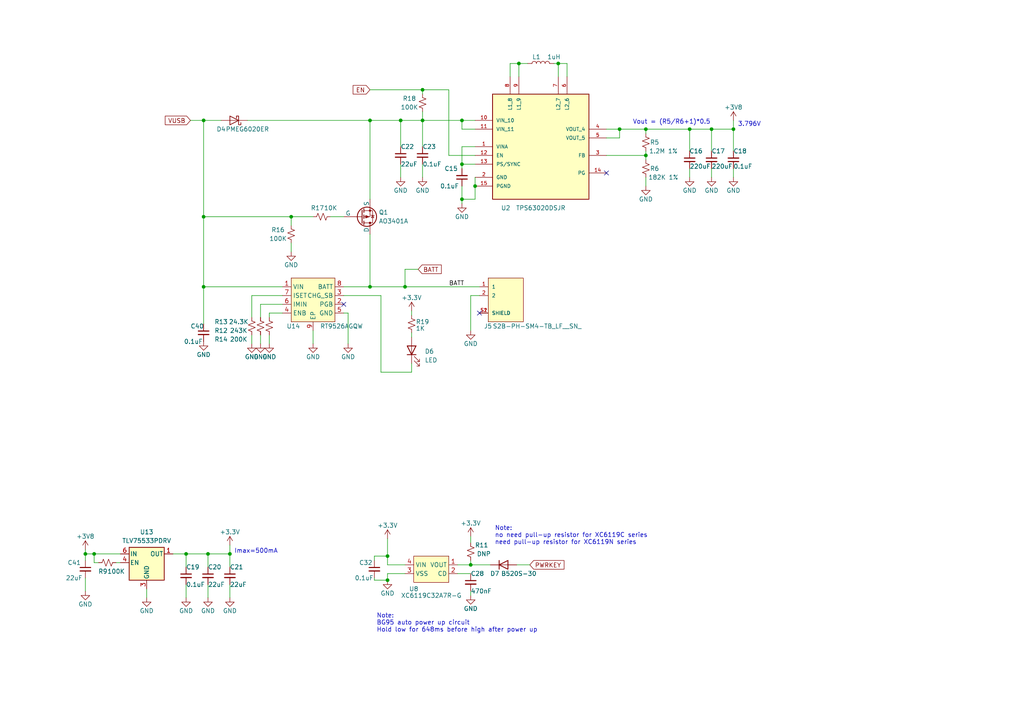
<source format=kicad_sch>
(kicad_sch (version 20230121) (generator eeschema)
  (paper "A4")
  (lib_symbols
    (symbol "C_Small_1" (pin_numbers hide) (pin_names (offset 0.254))
      (property "Reference" "C" (at 0.254 1.778 0))
      (property "Value" "C_Small" (at 0.254 -2.032 0))
      (symbol "C_Small_1_0_1"
        (polyline (pts (xy -1.524 -0.508) (xy 1.524 -0.508)) (stroke (width 0.3302)))
        (polyline (pts (xy -1.524 0.508) (xy 1.524 0.508)) (stroke (width 0.3048)))
      )
      (symbol "C_Small_1_1_1"
        (pin passive line (at 0 2.54 270) (length 2.032) (name "~") (number "1"))
        (pin passive line (at 0 -2.54 90) (length 2.032) (name "~") (number "2"))
      )
    )
    (symbol "Device:C_Small" (pin_numbers hide) (pin_names (offset 0.254) hide)
      (property "Reference" "C" (at 0.254 1.778 0))
      (property "Value" "C_Small" (at 0.254 -2.032 0))
      (symbol "C_Small_0_1"
        (polyline (pts (xy -1.524 -0.508) (xy 1.524 -0.508)) (stroke (width 0.3302)))
        (polyline (pts (xy -1.524 0.508) (xy 1.524 0.508)) (stroke (width 0.3048)))
      )
      (symbol "C_Small_1_1"
        (pin passive line (at 0 2.54 270) (length 2.032) (name "~") (number "1"))
        (pin passive line (at 0 -2.54 90) (length 2.032) (name "~") (number "2"))
      )
    )
    (symbol "Device:L" (pin_numbers hide) (pin_names (offset 1.016) hide)
      (property "Reference" "L" (at -1.27 0 90))
      (property "Value" "L" (at 1.905 0 90))
      (symbol "L_0_1"
        (arc (start 0 -2.54) (mid 0.6323 -1.905) (end 0 -1.27))
        (arc (start 0 -1.27) (mid 0.6323 -0.635) (end 0 0))
        (arc (start 0 0) (mid 0.6323 0.635) (end 0 1.27))
        (arc (start 0 1.27) (mid 0.6323 1.905) (end 0 2.54))
      )
      (symbol "L_1_1"
        (pin passive line (at 0 3.81 270) (length 1.27) (name "1") (number "1"))
        (pin passive line (at 0 -3.81 90) (length 1.27) (name "2") (number "2"))
      )
    )
    (symbol "Device:LED" (pin_numbers hide) (pin_names (offset 1.016) hide)
      (property "Reference" "D" (at 0 2.54 0))
      (property "Value" "LED" (at 0 -2.54 0))
      (symbol "LED_0_1"
        (polyline (pts (xy -1.27 -1.27) (xy -1.27 1.27)) (stroke (width 0.254)))
        (polyline (pts (xy -1.27 0) (xy 1.27 0)))
        (polyline (pts (xy 1.27 -1.27) (xy 1.27 1.27) (xy -1.27 0) (xy 1.27 -1.27)) (stroke (width 0.254)))
        (polyline (pts (xy -3.048 -0.762) (xy -4.572 -2.286) (xy -3.81 -2.286) (xy -4.572 -2.286) (xy -4.572 -1.524)))
        (polyline (pts (xy -1.778 -0.762) (xy -3.302 -2.286) (xy -2.54 -2.286) (xy -3.302 -2.286) (xy -3.302 -1.524)))
      )
      (symbol "LED_1_1"
        (pin passive line (at -3.81 0 0) (length 2.54) (name "K") (number "1"))
        (pin passive line (at 3.81 0 180) (length 2.54) (name "A") (number "2"))
      )
    )
    (symbol "Device:R_Small_US" (pin_numbers hide) (pin_names (offset 0.254) hide)
      (property "Reference" "R" (at 0.762 0.508 0))
      (property "Value" "R_Small_US" (at 0.762 -1.016 0))
      (symbol "R_Small_US_1_1"
        (polyline (pts (xy 0 0) (xy 1.016 -0.381) (xy 0 -0.762) (xy -1.016 -1.143) (xy 0 -1.524)))
        (polyline (pts (xy 0 1.524) (xy 1.016 1.143) (xy 0 0.762) (xy -1.016 0.381) (xy 0 0)))
        (pin passive line (at 0 2.54 270) (length 1.016) (name "~") (number "1"))
        (pin passive line (at 0 -2.54 90) (length 1.016) (name "~") (number "2"))
      )
    )
    (symbol "Diode:1N4005" (pin_numbers hide) (pin_names hide)
      (property "Reference" "D" (at 0 2.54 0))
      (property "Value" "1N4005" (at 0 -2.54 0))
      (symbol "1N4005_0_1"
        (polyline (pts (xy -1.27 1.27) (xy -1.27 -1.27)) (stroke (width 0.254)))
        (polyline (pts (xy 1.27 0) (xy -1.27 0)))
        (polyline (pts (xy 1.27 1.27) (xy 1.27 -1.27) (xy -1.27 0) (xy 1.27 1.27)) (stroke (width 0.254)))
      )
      (symbol "1N4005_1_1"
        (pin passive line (at -3.81 0 0) (length 2.54) (name "K") (number "1"))
        (pin passive line (at 3.81 0 180) (length 2.54) (name "A") (number "2"))
      )
    )
    (symbol "Diode:PMEG6020ER" (pin_numbers hide) (pin_names hide)
      (property "Reference" "D" (at 0 2.54 0))
      (property "Value" "PMEG6020ER" (at 0 -2.54 0))
      (symbol "PMEG6020ER_0_1"
        (polyline (pts (xy 1.27 0) (xy -1.27 0)))
        (polyline (pts (xy 1.27 1.27) (xy 1.27 -1.27) (xy -1.27 0) (xy 1.27 1.27)) (stroke (width 0.2032)))
        (polyline (pts (xy -1.905 0.635) (xy -1.905 1.27) (xy -1.27 1.27) (xy -1.27 -1.27) (xy -0.635 -1.27) (xy -0.635 -0.635)) (stroke (width 0.2032)))
      )
      (symbol "PMEG6020ER_1_1"
        (pin passive line (at -3.81 0 0) (length 2.54) (name "K") (number "1"))
        (pin passive line (at 3.81 0 180) (length 2.54) (name "A") (number "2"))
      )
    )
    (symbol "Regulator_Linear:TLV75533PDRV" (pin_names (offset 0.254))
      (property "Reference" "U" (at -3.81 5.715 0))
      (property "Value" "TLV75533PDRV" (at 0 5.715 0))
      (symbol "TLV75533PDRV_0_1"
        (rectangle (start -5.08 4.445) (end 5.08 -5.08) (stroke (width 0.254)) (fill (type background)))
      )
      (symbol "TLV75533PDRV_1_1"
        (pin power_out line (at 7.62 2.54 180) (length 2.54) (name "OUT") (number "1"))
        (pin no_connect line (at 5.08 0 180) (length 2.54) hide (name "NC") (number "2"))
        (pin power_in line (at 0 -7.62 90) (length 2.54) (name "GND") (number "3"))
        (pin input line (at -7.62 0 0) (length 2.54) (name "EN") (number "4"))
        (pin no_connect line (at 5.08 -2.54 180) (length 2.54) hide (name "NC") (number "5"))
        (pin power_in line (at -7.62 2.54 0) (length 2.54) (name "IN") (number "6"))
        (pin passive line (at 0 -7.62 90) (length 2.54) hide (name "GND") (number "7"))
      )
    )
    (symbol "Simulation_SPICE:PMOS" (pin_numbers hide) (pin_names (offset 0))
      (property "Reference" "Q1" (at 5.08 -1.27 0))
      (property "Value" "PMOS" (at 5.08 1.27 0))
      (symbol "PMOS_0_1"
        (polyline (pts (xy 0.254 0) (xy -2.54 0)))
        (polyline (pts (xy 0.254 1.905) (xy 0.254 -1.905)) (stroke (width 0.254)))
        (polyline (pts (xy 0.762 -1.27) (xy 0.762 -2.286)) (stroke (width 0.254)))
        (polyline (pts (xy 0.762 0.508) (xy 0.762 -0.508)) (stroke (width 0.254)))
        (polyline (pts (xy 0.762 2.286) (xy 0.762 1.27)) (stroke (width 0.254)))
        (polyline (pts (xy 2.54 2.54) (xy 2.54 1.778)))
        (polyline (pts (xy 2.54 -2.54) (xy 2.54 0) (xy 0.762 0)))
        (polyline (pts (xy 0.762 1.778) (xy 3.302 1.778) (xy 3.302 -1.778) (xy 0.762 -1.778)))
        (polyline (pts (xy 2.286 0) (xy 1.27 0.381) (xy 1.27 -0.381) (xy 2.286 0)) (fill (type outline)))
        (polyline (pts (xy 2.794 -0.508) (xy 2.921 -0.381) (xy 3.683 -0.381) (xy 3.81 -0.254)))
        (polyline (pts (xy 3.302 -0.381) (xy 2.921 0.254) (xy 3.683 0.254) (xy 3.302 -0.381)))
        (circle (center 1.651 0) (radius 2.794) (stroke (width 0.254)))
        (circle (center 2.54 -1.778) (radius 0.254) (fill (type outline)))
        (circle (center 2.54 1.778) (radius 0.254) (fill (type outline)))
      )
      (symbol "PMOS_1_1"
        (pin input line (at -5.08 0 0) (length 2.54) (name "G") (number "1"))
        (pin passive line (at 2.54 -5.08 90) (length 2.54) (name "S") (number "2"))
        (pin passive line (at 2.54 5.08 270) (length 2.54) (name "D") (number "3"))
      )
    )
    (symbol "kiCadLib:XC6119"
      (property "Reference" "U" (at -3.81 5.08 0))
      (property "Value" "XC6119" (at 1.27 5.08 0))
      (symbol "XC6119_1_1"
        (rectangle (start -5.08 3.81) (end 5.08 -3.81) (fill (type background)))
        (pin input line (at 7.62 1.27 180) (length 2.54) (name "VOUT") (number "1"))
        (pin input line (at 7.62 -1.27 180) (length 2.54) (name "CD") (number "2"))
        (pin input line (at -7.62 -1.27 0) (length 2.54) (name "VSS") (number "3"))
        (pin input line (at -7.62 1.27 0) (length 2.54) (name "VIN") (number "4"))
      )
    )
    (symbol "mylib:RT9526A"
      (property "Reference" "U14" (at -5.715 -7.62 0))
      (property "Value" "RT9526AGQW" (at 8.255 -7.62 0))
      (symbol "RT9526A_1_1"
        (rectangle (start -6.35 6.35) (end 6.35 -6.35) (fill (type background)))
        (pin input line (at -8.89 3.81 0) (length 2.54) (name "VIN") (number "1"))
        (pin input line (at 8.89 -1.27 180) (length 2.54) (name "PGB") (number "2"))
        (pin input line (at 8.89 1.27 180) (length 2.54) (name "CHG_SB") (number "3"))
        (pin input line (at -8.89 -3.81 0) (length 2.54) (name "ENB") (number "4"))
        (pin input line (at 8.89 -3.81 180) (length 2.54) (name "GND") (number "5"))
        (pin input line (at -8.89 -1.27 0) (length 2.54) (name "IMIN") (number "6"))
        (pin input line (at -8.89 1.27 0) (length 2.54) (name "ISET") (number "7"))
        (pin input line (at 8.89 3.81 180) (length 2.54) (name "BATT") (number "8"))
        (pin input line (at 0 -8.89 90) (length 2.54) (name "EP") (number "9"))
      )
    )
    (symbol "mylib:S2B-PH-SM4-TB_LF__SN_" (pin_names (offset 1.016))
      (property "Reference" "J" (at -5.0829 5.5957 0))
      (property "Value" "S2B-PH-SM4-TB_LF__SN_" (at -5.0881 -9.4227 0))
      (symbol "S2B-PH-SM4-TB_LF__SN__0_0"
        (rectangle (start -5.08 -7.62) (end 5.08 5.08) (stroke (width 0.1524)) (fill (type background)))
        (pin passive line (at -7.62 2.54 0) (length 2.54) (name "1") (number "1"))
        (pin passive line (at -7.62 0 0) (length 2.54) (name "2") (number "2"))
        (pin passive line (at -7.62 -5.08 0) (length 2.54) (name "SHIELD") (number "S1"))
        (pin passive line (at -7.62 -5.08 0) (length 2.54) (name "SHIELD") (number "S2"))
      )
    )
    (symbol "mylib:TPS63020DSJR" (pin_names (offset 1.016))
      (property "Reference" "U2" (at 2.54 -25.4 0))
      (property "Value" "TPS63020DSJR" (at 12.7 -25.4 0))
      (symbol "TPS63020DSJR_0_0"
        (rectangle (start -12.7 15.24) (end 15.24 -15.24) (stroke (width 0.254)) (fill (type background)))
        (pin input line (at -17.78 0 0) (length 5.08) (name "VINA") (number "1"))
        (pin input line (at -17.78 7.62 0) (length 5.08) (name "VIN_10") (number "10"))
        (pin input line (at -17.78 5.08 0) (length 5.08) (name "VIN_11") (number "11"))
        (pin input line (at -17.78 -2.54 0) (length 5.08) (name "EN") (number "12"))
        (pin input line (at -17.78 -5.08 0) (length 5.08) (name "PS/SYNC") (number "13"))
        (pin output line (at 20.32 -7.62 180) (length 5.08) (name "PG") (number "14"))
        (pin power_in line (at -17.78 -11.43 0) (length 5.08) (name "PGND") (number "15"))
        (pin power_in line (at -17.78 -8.89 0) (length 5.08) (name "GND") (number "2"))
        (pin input line (at 20.32 -2.54 180) (length 5.08) (name "FB") (number "3"))
        (pin output line (at 20.32 5.08 180) (length 5.08) (name "VOUT_4") (number "4"))
        (pin output line (at 20.32 2.54 180) (length 5.08) (name "VOUT_5") (number "5"))
        (pin passive line (at 8.89 20.32 270) (length 5.08) (name "L2_6") (number "6"))
        (pin passive line (at 6.35 20.32 270) (length 5.08) (name "L2_7") (number "7"))
        (pin passive line (at -7.62 20.32 270) (length 5.08) (name "L1_8") (number "8"))
        (pin passive line (at -5.08 20.32 270) (length 5.08) (name "L1_9") (number "9"))
      )
    )
    (symbol "power:+3.3V" (power) (pin_names (offset 0))
      (property "Value" "+3.3V" (at 0 3.556 0))
      (symbol "+3.3V_0_1"
        (polyline (pts (xy -0.762 1.27) (xy 0 2.54)))
        (polyline (pts (xy 0 0) (xy 0 2.54)))
        (polyline (pts (xy 0 2.54) (xy 0.762 1.27)))
      )
      (symbol "+3.3V_1_1"
        (pin power_in line (at 0 0 90) (length 0) hide (name "+3.3V") (number "1"))
      )
    )
    (symbol "power:+3V8" (power) (pin_names (offset 0))
      (property "Value" "+3V8" (at 0 3.556 0))
      (symbol "+3V8_0_1"
        (polyline (pts (xy -0.762 1.27) (xy 0 2.54)))
        (polyline (pts (xy 0 0) (xy 0 2.54)))
        (polyline (pts (xy 0 2.54) (xy 0.762 1.27)))
      )
      (symbol "+3V8_1_1"
        (pin power_in line (at 0 0 90) (length 0) hide (name "+3V8") (number "1"))
      )
    )
    (symbol "power:GND" (power) (pin_names (offset 0))
      (property "Value" "GND" (at 0 -3.81 0))
      (symbol "GND_0_1"
        (polyline (pts (xy 0 0) (xy 0 -1.27) (xy 1.27 -1.27) (xy 0 -2.54) (xy -1.27 -1.27) (xy 0 -1.27)))
      )
      (symbol "GND_1_1"
        (pin power_in line (at 0 0 270) (length 0) hide (name "GND") (number "1"))
      )
    )
  )
  (junction (at 116.205 34.925))
  (junction (at 112.395 161.29))
  (junction (at 136.525 163.83))
  (junction (at 107.315 83.185))
  (junction (at 150.495 18.415))
  (junction (at 212.725 37.465))
  (junction (at 60.325 160.655))
  (junction (at 200.025 37.465))
  (junction (at 133.985 34.925))
  (junction (at 59.055 83.185))
  (junction (at 137.795 53.975))
  (junction (at 59.055 62.865))
  (junction (at 107.315 34.925))
  (junction (at 112.395 168.275))
  (junction (at 24.765 160.655))
  (junction (at 133.985 57.785))
  (junction (at 206.375 37.465))
  (junction (at 59.055 34.925))
  (junction (at 187.325 37.465))
  (junction (at 117.475 83.185))
  (junction (at 122.555 34.925))
  (junction (at 84.455 62.865))
  (junction (at 53.975 160.655))
  (junction (at 179.705 37.465))
  (junction (at 187.325 45.085))
  (junction (at 133.985 47.625))
  (junction (at 27.305 160.655))
  (junction (at 122.555 26.035))
  (junction (at 161.925 18.415))
  (junction (at 66.675 160.655))
  (no_connect (at 175.895 50.165))
  (no_connect (at 99.695 88.265))
  (no_connect (at 139.065 90.805))
  (wire (pts (xy 133.985 47.625) (xy 133.985 48.895)))
  (wire (pts (xy 119.38 105.41) (xy 119.38 107.95)))
  (wire (pts (xy 55.245 34.925) (xy 59.055 34.925)))
  (wire (pts (xy 136.525 85.725) (xy 136.525 95.885)))
  (wire (pts (xy 200.025 37.465) (xy 206.375 37.465)))
  (wire (pts (xy 212.725 37.465) (xy 212.725 43.815)))
  (wire (pts (xy 110.49 107.95) (xy 119.38 107.95)))
  (wire (pts (xy 73.025 92.075) (xy 73.025 85.725)))
  (wire (pts (xy 132.715 166.37) (xy 136.525 166.37)))
  (wire (pts (xy 175.895 45.085) (xy 187.325 45.085)))
  (wire (pts (xy 122.555 51.435) (xy 122.555 47.625)))
  (wire (pts (xy 187.325 37.465) (xy 200.025 37.465)))
  (wire (pts (xy 212.725 34.925) (xy 212.725 37.465)))
  (wire (pts (xy 187.325 37.465) (xy 187.325 38.735)))
  (wire (pts (xy 206.375 37.465) (xy 206.375 43.815)))
  (wire (pts (xy 137.795 37.465) (xy 133.985 37.465)))
  (wire (pts (xy 147.955 18.415) (xy 147.955 22.225)))
  (wire (pts (xy 66.675 158.115) (xy 66.675 160.655)))
  (wire (pts (xy 212.725 51.435) (xy 212.725 48.895)))
  (wire (pts (xy 164.465 18.415) (xy 164.465 22.225)))
  (wire (pts (xy 108.585 162.56) (xy 108.585 161.29)))
  (wire (pts (xy 112.395 166.37) (xy 112.395 168.275)))
  (wire (pts (xy 84.455 62.865) (xy 84.455 65.405)))
  (wire (pts (xy 110.49 85.725) (xy 110.49 107.95)))
  (wire (pts (xy 24.765 160.655) (xy 24.765 162.56)))
  (wire (pts (xy 59.055 62.865) (xy 84.455 62.865)))
  (wire (pts (xy 150.495 18.415) (xy 150.495 22.225)))
  (wire (pts (xy 24.765 171.45) (xy 24.765 167.64)))
  (wire (pts (xy 133.985 37.465) (xy 133.985 34.925)))
  (wire (pts (xy 73.025 99.695) (xy 73.025 97.155)))
  (wire (pts (xy 133.985 57.785) (xy 133.985 59.055)))
  (wire (pts (xy 108.585 168.275) (xy 112.395 168.275)))
  (wire (pts (xy 73.025 85.725) (xy 81.915 85.725)))
  (wire (pts (xy 136.525 172.72) (xy 136.525 171.45)))
  (wire (pts (xy 136.525 155.575) (xy 136.525 157.48)))
  (wire (pts (xy 122.555 26.035) (xy 130.175 26.035)))
  (wire (pts (xy 107.315 34.925) (xy 107.315 57.785)))
  (wire (pts (xy 133.985 57.785) (xy 137.795 57.785)))
  (wire (pts (xy 137.795 51.435) (xy 137.795 53.975)))
  (wire (pts (xy 132.715 163.83) (xy 136.525 163.83)))
  (wire (pts (xy 133.985 53.975) (xy 133.985 57.785)))
  (wire (pts (xy 53.975 160.655) (xy 60.325 160.655)))
  (wire (pts (xy 116.205 51.435) (xy 116.205 47.625)))
  (wire (pts (xy 84.455 70.485) (xy 84.455 73.025)))
  (wire (pts (xy 160.655 18.415) (xy 161.925 18.415)))
  (wire (pts (xy 24.765 160.655) (xy 24.765 159.385)))
  (wire (pts (xy 122.555 34.925) (xy 122.555 42.545)))
  (wire (pts (xy 60.325 173.355) (xy 60.325 169.545)))
  (wire (pts (xy 81.915 83.185) (xy 59.055 83.185)))
  (wire (pts (xy 75.565 99.695) (xy 75.565 97.155)))
  (wire (pts (xy 84.455 62.865) (xy 90.805 62.865)))
  (wire (pts (xy 200.025 51.435) (xy 200.025 48.895)))
  (wire (pts (xy 206.375 51.435) (xy 206.375 48.895)))
  (wire (pts (xy 179.705 37.465) (xy 187.325 37.465)))
  (wire (pts (xy 133.985 42.545) (xy 133.985 47.625)))
  (wire (pts (xy 75.565 88.265) (xy 81.915 88.265)))
  (wire (pts (xy 33.655 163.195) (xy 34.925 163.195)))
  (wire (pts (xy 137.795 45.085) (xy 130.175 45.085)))
  (wire (pts (xy 137.795 53.975) (xy 137.795 57.785)))
  (wire (pts (xy 117.475 78.105) (xy 117.475 83.185)))
  (wire (pts (xy 116.205 34.925) (xy 116.205 42.545)))
  (wire (pts (xy 66.675 160.655) (xy 66.675 164.465)))
  (wire (pts (xy 175.895 40.005) (xy 179.705 40.005)))
  (wire (pts (xy 108.585 161.29) (xy 112.395 161.29)))
  (wire (pts (xy 206.375 37.465) (xy 212.725 37.465)))
  (wire (pts (xy 60.325 160.655) (xy 66.675 160.655)))
  (wire (pts (xy 150.495 18.415) (xy 147.955 18.415)))
  (wire (pts (xy 112.395 156.21) (xy 112.395 161.29)))
  (wire (pts (xy 107.315 83.185) (xy 117.475 83.185)))
  (wire (pts (xy 153.035 18.415) (xy 150.495 18.415)))
  (wire (pts (xy 179.705 40.005) (xy 179.705 37.465)))
  (wire (pts (xy 27.305 163.195) (xy 27.305 160.655)))
  (wire (pts (xy 153.67 163.83) (xy 149.86 163.83)))
  (wire (pts (xy 122.555 34.925) (xy 133.985 34.925)))
  (wire (pts (xy 121.285 78.105) (xy 117.475 78.105)))
  (wire (pts (xy 117.475 83.185) (xy 139.065 83.185)))
  (wire (pts (xy 95.885 62.865) (xy 99.695 62.865)))
  (wire (pts (xy 187.325 43.815) (xy 187.325 45.085)))
  (wire (pts (xy 117.475 166.37) (xy 112.395 166.37)))
  (wire (pts (xy 42.545 173.355) (xy 42.545 170.815)))
  (wire (pts (xy 78.105 90.805) (xy 81.915 90.805)))
  (wire (pts (xy 187.325 51.435) (xy 187.325 53.975)))
  (wire (pts (xy 71.755 34.925) (xy 107.315 34.925)))
  (wire (pts (xy 117.475 163.83) (xy 112.395 163.83)))
  (wire (pts (xy 112.395 163.83) (xy 112.395 161.29)))
  (wire (pts (xy 139.065 85.725) (xy 136.525 85.725)))
  (wire (pts (xy 99.695 83.185) (xy 107.315 83.185)))
  (wire (pts (xy 133.985 34.925) (xy 137.795 34.925)))
  (wire (pts (xy 99.695 85.725) (xy 110.49 85.725)))
  (wire (pts (xy 136.525 163.83) (xy 142.24 163.83)))
  (wire (pts (xy 119.38 96.52) (xy 119.38 97.79)))
  (wire (pts (xy 200.025 37.465) (xy 200.025 43.815)))
  (wire (pts (xy 75.565 92.075) (xy 75.565 88.265)))
  (wire (pts (xy 116.205 34.925) (xy 122.555 34.925)))
  (wire (pts (xy 100.965 90.805) (xy 100.965 99.695)))
  (wire (pts (xy 107.315 26.035) (xy 122.555 26.035)))
  (wire (pts (xy 137.795 42.545) (xy 133.985 42.545)))
  (wire (pts (xy 119.38 90.17) (xy 119.38 91.44)))
  (wire (pts (xy 161.925 18.415) (xy 161.925 22.225)))
  (wire (pts (xy 175.895 37.465) (xy 179.705 37.465)))
  (wire (pts (xy 59.055 34.925) (xy 64.135 34.925)))
  (wire (pts (xy 78.105 99.695) (xy 78.105 97.155)))
  (wire (pts (xy 66.675 173.355) (xy 66.675 169.545)))
  (wire (pts (xy 122.555 32.385) (xy 122.555 34.925)))
  (wire (pts (xy 59.055 83.185) (xy 59.055 93.98)))
  (wire (pts (xy 59.055 83.185) (xy 59.055 62.865)))
  (wire (pts (xy 122.555 26.035) (xy 122.555 27.305)))
  (wire (pts (xy 28.575 163.195) (xy 27.305 163.195)))
  (wire (pts (xy 161.925 18.415) (xy 164.465 18.415)))
  (wire (pts (xy 107.315 67.945) (xy 107.315 83.185)))
  (wire (pts (xy 27.305 160.655) (xy 34.925 160.655)))
  (wire (pts (xy 78.105 92.075) (xy 78.105 90.805)))
  (wire (pts (xy 130.175 45.085) (xy 130.175 26.035)))
  (wire (pts (xy 133.985 47.625) (xy 137.795 47.625)))
  (wire (pts (xy 90.805 99.695) (xy 90.805 95.885)))
  (wire (pts (xy 136.525 162.56) (xy 136.525 163.83)))
  (wire (pts (xy 99.695 90.805) (xy 100.965 90.805)))
  (wire (pts (xy 108.585 167.64) (xy 108.585 168.275)))
  (wire (pts (xy 24.765 160.655) (xy 27.305 160.655)))
  (wire (pts (xy 53.975 169.545) (xy 53.975 173.355)))
  (wire (pts (xy 53.975 160.655) (xy 53.975 164.465)))
  (wire (pts (xy 59.055 62.865) (xy 59.055 34.925)))
  (wire (pts (xy 60.325 160.655) (xy 60.325 164.465)))
  (wire (pts (xy 187.325 45.085) (xy 187.325 46.355)))
  (wire (pts (xy 107.315 34.925) (xy 116.205 34.925)))
  (wire (pts (xy 50.165 160.655) (xy 53.975 160.655)))
  (text "Vout = (R5/R6+1)*0.5" (at 183.515 36.195 0) (effects (font (size 1.27 1.27)) (justify left bottom)))
  (text "Imax=500mA\n" (at 67.945 160.655 0) (effects (font (size 1.27 1.27)) (justify left bottom)))
  (text "Note:\nBG95 auto power up circuit\nHold low for 648ms before high after power up" (at 109.22 183.515 0) (effects (font (size 1.27 1.27)) (justify left bottom)))
  (text "3.796V\n" (at 213.995 36.83 0) (effects (font (size 1.27 1.27)) (justify left bottom)))
  (text "Note:\nno need pull-up resistor for XC6119C series\nneed pull-up resistor for XC6119N series" (at 143.51 158.115 0) (effects (font (size 1.27 1.27)) (justify left bottom)))
  (label "BATT" (at 130.175 83.185 0))
  (global_label "BATT" (shape input) (at 121.285 78.105 0) (property "Intersheetrefs" "${INTERSHEET_REFS}" (effects hide)))
  (global_label "PWRKEY" (shape input) (at 153.67 163.83 0) (property "Intersheetrefs" "${INTERSHEET_REFS}" (effects hide)))
  (global_label "VUSB" (shape input) (at 55.245 34.925 180) (property "Intersheetrefs" "${INTERSHEET_REFS}" (effects hide)))
  (global_label "EN" (shape input) (at 107.315 26.035 180) (property "Intersheetrefs" "${INTERSHEET_REFS}" (effects hide)))
  (symbol (lib_id "power:GND") (at 212.725 51.435 0) (mirror y) (unit 1)
    (property "Reference" "#PWR029" (effects hide))
    (property "Value" "GND" (at 212.725 55.245 0))
  )
  (symbol (lib_id "Device:R_Small_US") (at 93.345 62.865 90) (unit 1)
    (property "Reference" "R17" (at 92.075 60.325 90))
    (property "Value" "10K" (at 95.885 60.325 90))
    (property "Footprint" "Resistor_SMD:R_0402_1005Metric" (effects hide))
  )
  (symbol (lib_id "mylib:S2B-PH-SM4-TB_LF__SN_") (at 146.685 85.725 0) (unit 1)
    (property "Reference" "J5" (at 140.335 94.615 0) (effects (justify left)))
    (property "Value" "S2B-PH-SM4-TB_LF__SN_" (at 142.875 94.615 0) (effects (justify left)))
    (property "Footprint" "myfootprintlib:JST_S2B-PH-SM4-TB_LF__SN_" (effects hide))
    (property "MF" "JST Sales" (effects hide))
    (property "Description" "\nConnector Header Surface Mount, Right Angle 2 position 0.079 (2.00mm)\n" (effects hide))
    (property "Package" "None" (effects hide))
    (property "Price" "None" (effects hide))
    (property "Check_prices" "https://www.snapeda.com/parts/S2B-PH-SM4-TB(LF)(SN)/JST+Sales+America+Inc./view-part/?ref=eda" (effects hide))
    (property "STANDARD" "Manufacturer Recommendation" (effects hide))
    (property "SnapEDA_Link" "https://www.snapeda.com/parts/S2B-PH-SM4-TB(LF)(SN)/JST+Sales+America+Inc./view-part/?ref=snap" (effects hide))
    (property "MP" "S2B-PH-SM4-TB(LF)(SN)" (effects hide))
    (property "Availability" "In Stock" (effects hide))
    (property "MANUFACTURER" "JST" (effects hide))
  )
  (symbol (lib_id "power:GND") (at 112.395 168.275 0) (mirror y) (unit 1)
    (property "Reference" "#PWR071" (effects hide))
    (property "Value" "GND" (at 112.395 172.085 0))
  )
  (symbol (lib_id "power:GND") (at 73.025 99.695 0) (mirror y) (unit 1)
    (property "Reference" "#PWR041" (effects hide))
    (property "Value" "GND" (at 73.025 103.505 0))
  )
  (symbol (lib_id "Device:R_Small_US") (at 187.325 48.895 180) (unit 1)
    (property "Reference" "R6" (at 189.865 48.895 0))
    (property "Value" "182K 1%" (at 192.405 51.435 0))
    (property "Footprint" "Resistor_SMD:R_0402_1005Metric" (effects hide))
  )
  (symbol (lib_id "Device:C_Small") (at 66.675 167.005 0) (unit 1)
    (property "Reference" "C21" (at 66.675 164.465 0) (effects (justify left)))
    (property "Value" "22uF" (at 66.675 169.545 0) (effects (justify left)))
    (property "Footprint" "Capacitor_SMD:C_0603_1608Metric" (effects hide))
  )
  (symbol (lib_id "power:GND") (at 66.675 173.355 0) (mirror y) (unit 1)
    (property "Reference" "#PWR035" (effects hide))
    (property "Value" "GND" (at 66.675 177.165 0))
  )
  (symbol (lib_id "Device:C_Small") (at 136.525 168.91 0) (unit 1)
    (property "Reference" "C28" (at 136.525 166.37 0) (effects (justify left)))
    (property "Value" "470nF" (at 136.525 171.45 0) (effects (justify left)))
    (property "Footprint" "Capacitor_SMD:C_0402_1005Metric" (effects hide))
  )
  (symbol (lib_id "Device:C_Small") (at 24.765 165.1 0) (unit 1)
    (property "Reference" "C41" (at 23.495 163.195 0) (effects (justify right)))
    (property "Value" "22uF" (at 19.05 167.64 0) (effects (justify left)))
    (property "Footprint" "Capacitor_SMD:C_0603_1608Metric" (effects hide))
  )
  (symbol (lib_id "Device:C_Small") (at 108.585 165.1 0) (unit 1)
    (property "Reference" "C32" (at 104.14 163.195 0) (effects (justify left)))
    (property "Value" "0.1uF" (at 102.87 167.64 0) (effects (justify left)))
    (property "Footprint" "Capacitor_SMD:C_0402_1005Metric" (effects hide))
  )
  (symbol (lib_id "power:+3V8") (at 212.725 34.925 0) (unit 1)
    (property "Reference" "#PWR026" (effects hide))
    (property "Value" "+3V8" (at 212.725 31.115 0))
  )
  (symbol (lib_id "power:GND") (at 133.985 59.055 0) (mirror y) (unit 1)
    (property "Reference" "#PWR024" (effects hide))
    (property "Value" "GND" (at 133.985 62.865 0))
  )
  (symbol (lib_id "Regulator_Linear:TLV75533PDRV") (at 42.545 163.195 0) (unit 1)
    (property "Reference" "U13" (at 42.545 154.305 0))
    (property "Value" "TLV75533PDRV" (at 42.545 156.845 0))
    (property "Footprint" "Package_SON:WSON-6-1EP_2x2mm_P0.65mm_EP1x1.6mm" (effects hide))
    (property "Datasheet" "http://www.ti.com/lit/ds/symlink/tlv755p.pdf" (effects hide))
  )
  (symbol (lib_id "Device:R_Small_US") (at 122.555 29.845 0) (unit 1)
    (property "Reference" "R18" (at 118.745 28.575 0))
    (property "Value" "100K" (at 118.745 31.115 0))
    (property "Footprint" "Resistor_SMD:R_0402_1005Metric" (effects hide))
  )
  (symbol (lib_id "Device:R_Small_US") (at 31.115 163.195 270) (unit 1)
    (property "Reference" "R9" (at 29.845 165.735 90))
    (property "Value" "100K" (at 33.655 165.735 90))
    (property "Footprint" "Resistor_SMD:R_0402_1005Metric" (effects hide))
  )
  (symbol (lib_id "mylib:TPS63020DSJR") (at 155.575 42.545 0) (unit 1)
    (property "Reference" "U2" (at 146.685 60.325 0))
    (property "Value" "TPS63020DSJR" (at 156.845 60.325 0))
    (property "Footprint" "myfootprintlib:IC_TPS63020DSJR" (effects hide))
    (property "MF" "Texas Instruments" (effects hide))
    (property "Mouser-Purchase-URL" "https://snapeda.com/shop?store=Mouser&id=296571" (effects hide))
    (property "Description" "\nHigh Efficiency Single Inductor Buck-Boost Converter with 4A Switch\n" (effects hide))
    (property "Package" "VSON-14 Texas Instruments" (effects hide))
    (property "Price" "None" (effects hide))
    (property "SnapEDA_Link" "https://www.snapeda.com/parts/TPS63020DSJR/Texas+Instruments/view-part/?ref=snap" (effects hide))
    (property "MP" "TPS63020DSJR" (effects hide))
    (property "Texas_Instruments-Purchase-URL" "https://snapeda.com/shop?store=Texas+Instruments&id=296571" (effects hide))
    (property "DigiKey-Purchase-URL" "https://snapeda.com/shop?store=DigiKey&id=296571" (effects hide))
    (property "Availability" "In Stock" (effects hide))
    (property "Check_prices" "https://www.snapeda.com/parts/TPS63020DSJR/Texas+Instruments/view-part/?ref=eda" (effects hide))
  )
  (symbol (lib_id "power:GND") (at 136.525 95.885 0) (mirror y) (unit 1)
    (property "Reference" "#PWR044" (effects hide))
    (property "Value" "GND" (at 136.525 99.695 0))
  )
  (symbol (lib_id "Simulation_SPICE:PMOS") (at 104.775 62.865 0) (mirror x) (unit 1)
    (property "Reference" "Q1" (at 109.855 61.595 0) (effects (justify left)))
    (property "Value" "AO3401A" (at 109.855 64.135 0) (effects (justify left)))
    (property "Footprint" "Package_TO_SOT_SMD:SOT-23" (effects hide))
    (property "Datasheet" "https://ngspice.sourceforge.io/docs/ngspice-manual.pdf" (effects hide))
    (property "Sim.Device" "PMOS" (effects hide))
    (property "Sim.Type" "VDMOS" (effects hide))
    (property "Sim.Pins" "1=D 2=G 3=S" (effects hide))
  )
  (symbol (lib_id "power:GND") (at 90.805 99.695 0) (mirror y) (unit 1)
    (property "Reference" "#PWR076" (effects hide))
    (property "Value" "GND" (at 90.805 103.505 0))
  )
  (symbol (lib_id "power:GND") (at 116.205 51.435 0) (mirror y) (unit 1)
    (property "Reference" "#PWR038" (effects hide))
    (property "Value" "GND" (at 116.205 55.245 0))
  )
  (symbol (lib_id "power:GND") (at 59.055 99.06 0) (mirror y) (unit 1)
    (property "Reference" "#PWR077" (effects hide))
    (property "Value" "GND" (at 59.055 102.87 0))
  )
  (symbol (lib_id "Device:C_Small") (at 59.055 96.52 0) (unit 1)
    (property "Reference" "C40" (at 55.245 94.615 0) (effects (justify left)))
    (property "Value" "0.1uF" (at 53.34 99.06 0) (effects (justify left)))
    (property "Footprint" "Capacitor_SMD:C_0402_1005Metric" (effects hide))
  )
  (symbol (lib_id "Device:R_Small_US") (at 73.025 94.615 0) (unit 1)
    (property "Reference" "R13" (at 64.135 93.345 0))
    (property "Value" "24.3K" (at 69.215 93.345 0))
    (property "Footprint" "Resistor_SMD:R_0402_1005Metric" (effects hide))
  )
  (symbol (lib_id "power:GND") (at 75.565 99.695 0) (mirror y) (unit 1)
    (property "Reference" "#PWR042" (effects hide))
    (property "Value" "GND" (at 75.565 103.505 0))
  )
  (symbol (lib_id "Device:L") (at 156.845 18.415 90) (unit 1)
    (property "Reference" "L1" (at 155.575 16.51 90))
    (property "Value" "1uH" (at 160.655 16.51 90))
    (property "Footprint" "Inductor_SMD:L_Bourns-SRN4018" (effects hide))
  )
  (symbol (lib_id "Device:R_Small_US") (at 84.455 67.945 0) (unit 1)
    (property "Reference" "R16" (at 80.645 66.675 0))
    (property "Value" "100K" (at 80.645 69.215 0))
    (property "Footprint" "Resistor_SMD:R_0402_1005Metric" (effects hide))
  )
  (symbol (lib_id "power:GND") (at 42.545 173.355 0) (mirror y) (unit 1)
    (property "Reference" "#PWR030" (effects hide))
    (property "Value" "GND" (at 42.545 177.165 0))
  )
  (symbol (lib_id "power:GND") (at 78.105 99.695 0) (mirror y) (unit 1)
    (property "Reference" "#PWR043" (effects hide))
    (property "Value" "GND" (at 78.105 103.505 0))
  )
  (symbol (lib_id "Device:C_Small") (at 200.025 46.355 0) (unit 1)
    (property "Reference" "C16" (at 203.835 43.815 0) (effects (justify right)))
    (property "Value" "220uF" (at 200.025 48.26 0) (effects (justify left)))
    (property "Footprint" "Capacitor_Tantalum_SMD:CP_EIA-3528-12_Kemet-T" (effects hide))
  )
  (symbol (lib_id "Device:C_Small") (at 116.205 45.085 0) (unit 1)
    (property "Reference" "C22" (at 116.205 42.545 0) (effects (justify left)))
    (property "Value" "22uF" (at 116.205 47.625 0) (effects (justify left)))
    (property "Footprint" "Capacitor_SMD:C_0603_1608Metric" (effects hide))
  )
  (symbol (lib_id "Device:R_Small_US") (at 187.325 41.275 180) (unit 1)
    (property "Reference" "R5" (at 189.865 41.275 0))
    (property "Value" "1.2M 1%" (at 192.405 43.815 0))
    (property "Footprint" "Resistor_SMD:R_0402_1005Metric" (effects hide))
  )
  (symbol (lib_id "power:GND") (at 187.325 53.975 0) (mirror y) (unit 1)
    (property "Reference" "#PWR025" (effects hide))
    (property "Value" "GND" (at 187.325 57.785 0))
  )
  (symbol (lib_id "power:+3V8") (at 24.765 159.385 0) (unit 1)
    (property "Reference" "#PWR031" (effects hide))
    (property "Value" "+3V8" (at 24.765 155.575 0))
  )
  (symbol (lib_id "Device:R_Small_US") (at 136.525 160.02 0) (unit 1)
    (property "Reference" "R11" (at 139.7 158.115 0))
    (property "Value" "DNP" (at 140.335 160.655 0))
    (property "Footprint" "Resistor_SMD:R_0402_1005Metric" (effects hide))
  )
  (symbol (lib_id "power:+3.3V") (at 136.525 155.575 0) (unit 1)
    (property "Reference" "#PWR079" (effects hide))
    (property "Value" "+3.3V" (at 136.525 151.765 0))
  )
  (symbol (lib_id "Device:C_Small") (at 53.975 167.005 0) (unit 1)
    (property "Reference" "C19" (at 53.975 164.465 0) (effects (justify left)))
    (property "Value" "0.1uF" (at 53.975 169.545 0) (effects (justify left)))
    (property "Footprint" "Capacitor_SMD:C_0603_1608Metric" (effects hide))
  )
  (symbol (lib_id "Diode:1N4005") (at 146.05 163.83 0) (unit 1)
    (property "Reference" "D7" (at 143.51 166.37 0))
    (property "Value" "B520S-30" (at 150.495 166.37 0))
    (property "Footprint" "Diode_SMD:D_SOD-523" (effects hide))
    (property "Datasheet" "http://www.vishay.com/docs/88503/1n4001.pdf" (effects hide))
    (property "Sim.Device" "D" (effects hide))
    (property "Sim.Pins" "1=K 2=A" (effects hide))
  )
  (symbol (lib_id "power:GND") (at 100.965 99.695 0) (mirror y) (unit 1)
    (property "Reference" "#PWR040" (effects hide))
    (property "Value" "GND" (at 100.965 103.505 0))
  )
  (symbol (lib_id "power:+3.3V") (at 66.675 158.115 0) (unit 1)
    (property "Reference" "#PWR032" (effects hide))
    (property "Value" "+3.3V" (at 66.675 154.305 0))
  )
  (symbol (lib_id "power:GND") (at 53.975 173.355 0) (mirror y) (unit 1)
    (property "Reference" "#PWR033" (effects hide))
    (property "Value" "GND" (at 53.975 177.165 0))
  )
  (symbol (lib_id "power:GND") (at 122.555 51.435 0) (mirror y) (unit 1)
    (property "Reference" "#PWR039" (effects hide))
    (property "Value" "GND" (at 122.555 55.245 0))
  )
  (symbol (lib_id "Device:C_Small") (at 212.725 46.355 180) (unit 1)
    (property "Reference" "C18" (at 212.725 43.815 0) (effects (justify right)))
    (property "Value" "0.1uF" (at 212.725 48.26 0) (effects (justify right)))
    (property "Footprint" "Capacitor_SMD:C_0402_1005Metric" (effects hide))
  )
  (symbol (lib_id "Device:C_Small") (at 206.375 46.355 0) (unit 1)
    (property "Reference" "C17" (at 206.375 43.815 0) (effects (justify left)))
    (property "Value" "220uF" (at 206.375 48.26 0) (effects (justify left)))
    (property "Footprint" "Capacitor_Tantalum_SMD:CP_EIA-3528-12_Kemet-T" (effects hide))
  )
  (symbol (lib_id "power:GND") (at 200.025 51.435 0) (mirror y) (unit 1)
    (property "Reference" "#PWR027" (effects hide))
    (property "Value" "GND" (at 200.025 55.245 0))
  )
  (symbol (lib_id "power:+3.3V") (at 112.395 156.21 0) (unit 1)
    (property "Reference" "#PWR066" (effects hide))
    (property "Value" "+3.3V" (at 112.395 152.4 0))
  )
  (symbol (lib_id "power:GND") (at 84.455 73.025 0) (mirror y) (unit 1)
    (property "Reference" "#PWR048" (effects hide))
    (property "Value" "GND" (at 84.455 76.835 0))
  )
  (symbol (lib_id "power:+3.3V") (at 119.38 90.17 0) (unit 1)
    (property "Reference" "#PWR047" (effects hide))
    (property "Value" "+3.3V" (at 119.38 86.36 0))
  )
  (symbol (lib_id "Device:R_Small_US") (at 75.565 94.615 0) (unit 1)
    (property "Reference" "R12" (at 64.135 95.885 0))
    (property "Value" "243K" (at 69.215 95.885 0))
    (property "Footprint" "Resistor_SMD:R_0402_1005Metric" (effects hide))
  )
  (symbol (lib_id "power:GND") (at 60.325 173.355 0) (mirror y) (unit 1)
    (property "Reference" "#PWR034" (effects hide))
    (property "Value" "GND" (at 60.325 177.165 0))
  )
  (symbol (lib_id "Device:LED") (at 119.38 101.6 90) (unit 1)
    (property "Reference" "D6" (at 123.19 101.9175 90) (effects (justify right)))
    (property "Value" "LED" (at 123.19 104.4575 90) (effects (justify right)))
    (property "Footprint" "LED_SMD:LED_0603_1608Metric" (effects hide))
  )
  (symbol (lib_id "Device:C_Small") (at 122.555 45.085 0) (unit 1)
    (property "Reference" "C23" (at 122.555 42.545 0) (effects (justify left)))
    (property "Value" "0.1uF" (at 122.555 47.625 0) (effects (justify left)))
    (property "Footprint" "Capacitor_SMD:C_0603_1608Metric" (effects hide))
  )
  (symbol (lib_id "Device:C_Small") (at 60.325 167.005 0) (unit 1)
    (property "Reference" "C20" (at 60.325 164.465 0) (effects (justify left)))
    (property "Value" "22uF" (at 60.325 169.545 0) (effects (justify left)))
    (property "Footprint" "Capacitor_SMD:C_0603_1608Metric" (effects hide))
  )
  (symbol (lib_id "Device:R_Small_US") (at 78.105 94.615 0) (unit 1)
    (property "Reference" "R14" (at 64.135 98.425 0))
    (property "Value" "200K" (at 69.215 98.425 0))
    (property "Footprint" "Resistor_SMD:R_0402_1005Metric" (effects hide))
  )
  (symbol (lib_id "Diode:PMEG6020ER") (at 67.945 34.925 180) (unit 1)
    (property "Reference" "D4" (at 64.135 37.465 0))
    (property "Value" "PMEG6020ER" (at 71.755 37.465 0))
    (property "Footprint" "Diode_SMD:D_SOD-123" (effects hide))
    (property "Datasheet" "https://assets.nexperia.com/documents/data-sheet/PMEG6020ER.pdf" (effects hide))
  )
  (symbol (lib_id "power:GND") (at 136.525 172.72 0) (mirror y) (unit 1)
    (property "Reference" "#PWR078" (effects hide))
    (property "Value" "GND" (at 136.525 176.53 0))
  )
  (symbol (lib_id "power:GND") (at 206.375 51.435 0) (mirror y) (unit 1)
    (property "Reference" "#PWR028" (effects hide))
    (property "Value" "GND" (at 206.375 55.245 0))
  )
  (symbol (lib_id "power:GND") (at 24.765 171.45 0) (mirror y) (unit 1)
    (property "Reference" "#PWR081" (effects hide))
    (property "Value" "GND" (at 24.765 175.26 0))
  )
  (symbol (lib_id "Device:R_Small_US") (at 119.38 93.98 0) (unit 1)
    (property "Reference" "R19" (at 122.555 93.345 0))
    (property "Value" "1K" (at 121.92 95.25 0))
    (property "Footprint" "Resistor_SMD:R_0402_1005Metric" (effects hide))
  )
  (symbol (lib_id "mylib:RT9526A") (at 90.805 86.995 0) (unit 1)
    (property "Reference" "U14" (at 85.09 94.615 0))
    (property "Value" "RT9526AGQW" (at 99.06 94.615 0))
    (property "Footprint" "Package_DFN_QFN:DFN-8-1EP_3x2mm_P0.5mm_EP1.7x1.4mm" (effects hide))
  )
  (symbol (lib_name "C_Small_1") (lib_id "Device:C_Small") (at 133.985 51.435 180) (unit 1)
    (property "Reference" "C15" (at 128.905 48.895 0) (effects (justify right)))
    (property "Value" "0.1uF" (at 127.635 53.975 0) (effects (justify right)))
    (property "Footprint" "Capacitor_SMD:C_0402_1005Metric" (effects hide))
  )
  (symbol (lib_id "kiCadLib:XC6119") (at 125.095 165.1 0) (unit 1)
    (property "Reference" "U8" (at 120.015 170.815 0))
    (property "Value" "XC6119C32A7R-G" (at 125.095 172.72 0))
    (property "Footprint" "kiCadPcbLib:USPN-4" (effects hide))
  )
)
</source>
